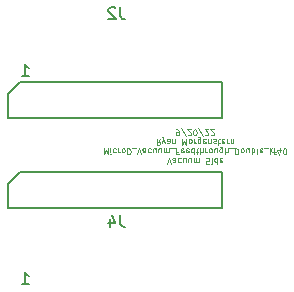
<source format=gbo>
G04 #@! TF.GenerationSoftware,KiCad,Pcbnew,(6.0.5)*
G04 #@! TF.CreationDate,2022-09-27T11:09:55-06:00*
G04 #@! TF.ProjectId,Double_MicroD_25_Gateway,446f7562-6c65-45f4-9d69-63726f445f32,rev?*
G04 #@! TF.SameCoordinates,Original*
G04 #@! TF.FileFunction,Legend,Bot*
G04 #@! TF.FilePolarity,Positive*
%FSLAX46Y46*%
G04 Gerber Fmt 4.6, Leading zero omitted, Abs format (unit mm)*
G04 Created by KiCad (PCBNEW (6.0.5)) date 2022-09-27 11:09:55*
%MOMM*%
%LPD*%
G01*
G04 APERTURE LIST*
%ADD10C,0.125000*%
%ADD11C,0.150000*%
%ADD12C,1.600000*%
%ADD13O,0.920000X0.920000*%
%ADD14C,2.800000*%
G04 APERTURE END LIST*
D10*
X4369047Y-1611309D02*
X4535714Y-1111309D01*
X4702380Y-1611309D01*
X5083333Y-1111309D02*
X5083333Y-1373214D01*
X5059523Y-1420833D01*
X5011904Y-1444642D01*
X4916666Y-1444642D01*
X4869047Y-1420833D01*
X5083333Y-1135119D02*
X5035714Y-1111309D01*
X4916666Y-1111309D01*
X4869047Y-1135119D01*
X4845238Y-1182738D01*
X4845238Y-1230357D01*
X4869047Y-1277976D01*
X4916666Y-1301785D01*
X5035714Y-1301785D01*
X5083333Y-1325595D01*
X5535714Y-1135119D02*
X5488095Y-1111309D01*
X5392857Y-1111309D01*
X5345238Y-1135119D01*
X5321428Y-1158928D01*
X5297619Y-1206547D01*
X5297619Y-1349404D01*
X5321428Y-1397023D01*
X5345238Y-1420833D01*
X5392857Y-1444642D01*
X5488095Y-1444642D01*
X5535714Y-1420833D01*
X5964285Y-1444642D02*
X5964285Y-1111309D01*
X5750000Y-1444642D02*
X5750000Y-1182738D01*
X5773809Y-1135119D01*
X5821428Y-1111309D01*
X5892857Y-1111309D01*
X5940476Y-1135119D01*
X5964285Y-1158928D01*
X6416666Y-1444642D02*
X6416666Y-1111309D01*
X6202380Y-1444642D02*
X6202380Y-1182738D01*
X6226190Y-1135119D01*
X6273809Y-1111309D01*
X6345238Y-1111309D01*
X6392857Y-1135119D01*
X6416666Y-1158928D01*
X6654761Y-1111309D02*
X6654761Y-1444642D01*
X6654761Y-1397023D02*
X6678571Y-1420833D01*
X6726190Y-1444642D01*
X6797619Y-1444642D01*
X6845238Y-1420833D01*
X6869047Y-1373214D01*
X6869047Y-1111309D01*
X6869047Y-1373214D02*
X6892857Y-1420833D01*
X6940476Y-1444642D01*
X7011904Y-1444642D01*
X7059523Y-1420833D01*
X7083333Y-1373214D01*
X7083333Y-1111309D01*
X7678571Y-1135119D02*
X7750000Y-1111309D01*
X7869047Y-1111309D01*
X7916666Y-1135119D01*
X7940476Y-1158928D01*
X7964285Y-1206547D01*
X7964285Y-1254166D01*
X7940476Y-1301785D01*
X7916666Y-1325595D01*
X7869047Y-1349404D01*
X7773809Y-1373214D01*
X7726190Y-1397023D01*
X7702380Y-1420833D01*
X7678571Y-1468452D01*
X7678571Y-1516071D01*
X7702380Y-1563690D01*
X7726190Y-1587500D01*
X7773809Y-1611309D01*
X7892857Y-1611309D01*
X7964285Y-1587500D01*
X8178571Y-1111309D02*
X8178571Y-1444642D01*
X8178571Y-1611309D02*
X8154761Y-1587500D01*
X8178571Y-1563690D01*
X8202380Y-1587500D01*
X8178571Y-1611309D01*
X8178571Y-1563690D01*
X8630952Y-1111309D02*
X8630952Y-1611309D01*
X8630952Y-1135119D02*
X8583333Y-1111309D01*
X8488095Y-1111309D01*
X8440476Y-1135119D01*
X8416666Y-1158928D01*
X8392857Y-1206547D01*
X8392857Y-1349404D01*
X8416666Y-1397023D01*
X8440476Y-1420833D01*
X8488095Y-1444642D01*
X8583333Y-1444642D01*
X8630952Y-1420833D01*
X9059523Y-1135119D02*
X9011904Y-1111309D01*
X8916666Y-1111309D01*
X8869047Y-1135119D01*
X8845238Y-1182738D01*
X8845238Y-1373214D01*
X8869047Y-1420833D01*
X8916666Y-1444642D01*
X9011904Y-1444642D01*
X9059523Y-1420833D01*
X9083333Y-1373214D01*
X9083333Y-1325595D01*
X8845238Y-1277976D01*
X-976190Y-306309D02*
X-976190Y-806309D01*
X-809523Y-449166D01*
X-642857Y-806309D01*
X-642857Y-306309D01*
X-404761Y-306309D02*
X-404761Y-639642D01*
X-404761Y-806309D02*
X-428571Y-782499D01*
X-404761Y-758690D01*
X-380952Y-782499D01*
X-404761Y-806309D01*
X-404761Y-758690D01*
X47619Y-330119D02*
X0Y-306309D01*
X-95238Y-306309D01*
X-142857Y-330119D01*
X-166666Y-353928D01*
X-190476Y-401547D01*
X-190476Y-544404D01*
X-166666Y-592023D01*
X-142857Y-615833D01*
X-95238Y-639642D01*
X0Y-639642D01*
X47619Y-615833D01*
X261904Y-306309D02*
X261904Y-639642D01*
X261904Y-544404D02*
X285714Y-592023D01*
X309523Y-615833D01*
X357142Y-639642D01*
X404761Y-639642D01*
X642857Y-306309D02*
X595238Y-330119D01*
X571428Y-353928D01*
X547619Y-401547D01*
X547619Y-544404D01*
X571428Y-592023D01*
X595238Y-615833D01*
X642857Y-639642D01*
X714285Y-639642D01*
X761904Y-615833D01*
X785714Y-592023D01*
X809523Y-544404D01*
X809523Y-401547D01*
X785714Y-353928D01*
X761904Y-330119D01*
X714285Y-306309D01*
X642857Y-306309D01*
X1023809Y-306309D02*
X1023809Y-806309D01*
X1142857Y-806309D01*
X1214285Y-782499D01*
X1261904Y-734880D01*
X1285714Y-687261D01*
X1309523Y-592023D01*
X1309523Y-520595D01*
X1285714Y-425357D01*
X1261904Y-377738D01*
X1214285Y-330119D01*
X1142857Y-306309D01*
X1023809Y-306309D01*
X1404761Y-258690D02*
X1785714Y-258690D01*
X1833333Y-806309D02*
X1999999Y-306309D01*
X2166666Y-806309D01*
X2547619Y-306309D02*
X2547619Y-568214D01*
X2523809Y-615833D01*
X2476190Y-639642D01*
X2380952Y-639642D01*
X2333333Y-615833D01*
X2547619Y-330119D02*
X2499999Y-306309D01*
X2380952Y-306309D01*
X2333333Y-330119D01*
X2309523Y-377738D01*
X2309523Y-425357D01*
X2333333Y-472976D01*
X2380952Y-496785D01*
X2499999Y-496785D01*
X2547619Y-520595D01*
X2999999Y-330119D02*
X2952380Y-306309D01*
X2857142Y-306309D01*
X2809523Y-330119D01*
X2785714Y-353928D01*
X2761904Y-401547D01*
X2761904Y-544404D01*
X2785714Y-592023D01*
X2809523Y-615833D01*
X2857142Y-639642D01*
X2952380Y-639642D01*
X2999999Y-615833D01*
X3428571Y-639642D02*
X3428571Y-306309D01*
X3214285Y-639642D02*
X3214285Y-377738D01*
X3238095Y-330119D01*
X3285714Y-306309D01*
X3357142Y-306309D01*
X3404761Y-330119D01*
X3428571Y-353928D01*
X3880952Y-639642D02*
X3880952Y-306309D01*
X3666666Y-639642D02*
X3666666Y-377738D01*
X3690476Y-330119D01*
X3738095Y-306309D01*
X3809523Y-306309D01*
X3857142Y-330119D01*
X3880952Y-353928D01*
X4119047Y-306309D02*
X4119047Y-639642D01*
X4119047Y-592023D02*
X4142857Y-615833D01*
X4190476Y-639642D01*
X4261904Y-639642D01*
X4309523Y-615833D01*
X4333333Y-568214D01*
X4333333Y-306309D01*
X4333333Y-568214D02*
X4357142Y-615833D01*
X4404761Y-639642D01*
X4476190Y-639642D01*
X4523809Y-615833D01*
X4547619Y-568214D01*
X4547619Y-306309D01*
X4666666Y-258690D02*
X5047619Y-258690D01*
X5333333Y-568214D02*
X5166666Y-568214D01*
X5166666Y-306309D02*
X5166666Y-806309D01*
X5404761Y-806309D01*
X5785714Y-330119D02*
X5738095Y-306309D01*
X5642857Y-306309D01*
X5595238Y-330119D01*
X5571428Y-377738D01*
X5571428Y-568214D01*
X5595238Y-615833D01*
X5642857Y-639642D01*
X5738095Y-639642D01*
X5785714Y-615833D01*
X5809523Y-568214D01*
X5809523Y-520595D01*
X5571428Y-472976D01*
X6214285Y-330119D02*
X6166666Y-306309D01*
X6071428Y-306309D01*
X6023809Y-330119D01*
X5999999Y-377738D01*
X5999999Y-568214D01*
X6023809Y-615833D01*
X6071428Y-639642D01*
X6166666Y-639642D01*
X6214285Y-615833D01*
X6238095Y-568214D01*
X6238095Y-520595D01*
X5999999Y-472976D01*
X6666666Y-306309D02*
X6666666Y-806309D01*
X6666666Y-330119D02*
X6619047Y-306309D01*
X6523809Y-306309D01*
X6476190Y-330119D01*
X6452380Y-353928D01*
X6428571Y-401547D01*
X6428571Y-544404D01*
X6452380Y-592023D01*
X6476190Y-615833D01*
X6523809Y-639642D01*
X6619047Y-639642D01*
X6666666Y-615833D01*
X6833333Y-639642D02*
X7023809Y-639642D01*
X6904761Y-806309D02*
X6904761Y-377738D01*
X6928571Y-330119D01*
X6976190Y-306309D01*
X7023809Y-306309D01*
X7190476Y-306309D02*
X7190476Y-806309D01*
X7404761Y-306309D02*
X7404761Y-568214D01*
X7380952Y-615833D01*
X7333333Y-639642D01*
X7261904Y-639642D01*
X7214285Y-615833D01*
X7190476Y-592023D01*
X7642857Y-306309D02*
X7642857Y-639642D01*
X7642857Y-544404D02*
X7666666Y-592023D01*
X7690476Y-615833D01*
X7738095Y-639642D01*
X7785714Y-639642D01*
X8023809Y-306309D02*
X7976190Y-330119D01*
X7952380Y-353928D01*
X7928571Y-401547D01*
X7928571Y-544404D01*
X7952380Y-592023D01*
X7976190Y-615833D01*
X8023809Y-639642D01*
X8095238Y-639642D01*
X8142857Y-615833D01*
X8166666Y-592023D01*
X8190476Y-544404D01*
X8190476Y-401547D01*
X8166666Y-353928D01*
X8142857Y-330119D01*
X8095238Y-306309D01*
X8023809Y-306309D01*
X8619047Y-639642D02*
X8619047Y-306309D01*
X8404761Y-639642D02*
X8404761Y-377738D01*
X8428571Y-330119D01*
X8476190Y-306309D01*
X8547619Y-306309D01*
X8595238Y-330119D01*
X8619047Y-353928D01*
X9071428Y-639642D02*
X9071428Y-234880D01*
X9047619Y-187261D01*
X9023809Y-163452D01*
X8976190Y-139642D01*
X8904761Y-139642D01*
X8857142Y-163452D01*
X9071428Y-330119D02*
X9023809Y-306309D01*
X8928571Y-306309D01*
X8880952Y-330119D01*
X8857142Y-353928D01*
X8833333Y-401547D01*
X8833333Y-544404D01*
X8857142Y-592023D01*
X8880952Y-615833D01*
X8928571Y-639642D01*
X9023809Y-639642D01*
X9071428Y-615833D01*
X9309523Y-306309D02*
X9309523Y-806309D01*
X9523809Y-306309D02*
X9523809Y-568214D01*
X9499999Y-615833D01*
X9452380Y-639642D01*
X9380952Y-639642D01*
X9333333Y-615833D01*
X9309523Y-592023D01*
X9642857Y-258690D02*
X10023809Y-258690D01*
X10142857Y-306309D02*
X10142857Y-806309D01*
X10261904Y-806309D01*
X10333333Y-782500D01*
X10380952Y-734880D01*
X10404761Y-687261D01*
X10428571Y-592023D01*
X10428571Y-520595D01*
X10404761Y-425357D01*
X10380952Y-377738D01*
X10333333Y-330119D01*
X10261904Y-306309D01*
X10142857Y-306309D01*
X10714285Y-306309D02*
X10666666Y-330119D01*
X10642857Y-353928D01*
X10619047Y-401547D01*
X10619047Y-544404D01*
X10642857Y-592023D01*
X10666666Y-615833D01*
X10714285Y-639642D01*
X10785714Y-639642D01*
X10833333Y-615833D01*
X10857142Y-592023D01*
X10880952Y-544404D01*
X10880952Y-401547D01*
X10857142Y-353928D01*
X10833333Y-330119D01*
X10785714Y-306309D01*
X10714285Y-306309D01*
X11309523Y-639642D02*
X11309523Y-306309D01*
X11095238Y-639642D02*
X11095238Y-377738D01*
X11119047Y-330119D01*
X11166666Y-306309D01*
X11238095Y-306309D01*
X11285714Y-330119D01*
X11309523Y-353928D01*
X11547619Y-306309D02*
X11547619Y-806309D01*
X11547619Y-615833D02*
X11595238Y-639642D01*
X11690476Y-639642D01*
X11738095Y-615833D01*
X11761904Y-592023D01*
X11785714Y-544404D01*
X11785714Y-401547D01*
X11761904Y-353928D01*
X11738095Y-330119D01*
X11690476Y-306309D01*
X11595238Y-306309D01*
X11547619Y-330119D01*
X12071428Y-306309D02*
X12023809Y-330119D01*
X11999999Y-377738D01*
X11999999Y-806309D01*
X12452380Y-330119D02*
X12404761Y-306309D01*
X12309523Y-306309D01*
X12261904Y-330119D01*
X12238095Y-377738D01*
X12238095Y-568214D01*
X12261904Y-615833D01*
X12309523Y-639642D01*
X12404761Y-639642D01*
X12452380Y-615833D01*
X12476190Y-568214D01*
X12476190Y-520595D01*
X12238095Y-472976D01*
X12571428Y-258690D02*
X12952380Y-258690D01*
X13071428Y-306309D02*
X13071428Y-806309D01*
X13119047Y-496785D02*
X13261904Y-306309D01*
X13261904Y-639642D02*
X13071428Y-449166D01*
X13404761Y-639642D02*
X13595238Y-639642D01*
X13476190Y-306309D02*
X13476190Y-734880D01*
X13499999Y-782500D01*
X13547619Y-806309D01*
X13595238Y-806309D01*
X13976190Y-639642D02*
X13976190Y-306309D01*
X13857142Y-830119D02*
X13738095Y-472976D01*
X14047619Y-472976D01*
X14333333Y-806309D02*
X14380952Y-806309D01*
X14428571Y-782500D01*
X14452380Y-758690D01*
X14476190Y-711071D01*
X14499999Y-615833D01*
X14499999Y-496785D01*
X14476190Y-401547D01*
X14452380Y-353928D01*
X14428571Y-330119D01*
X14380952Y-306309D01*
X14333333Y-306309D01*
X14285714Y-330119D01*
X14261904Y-353928D01*
X14238095Y-401547D01*
X14214285Y-496785D01*
X14214285Y-615833D01*
X14238095Y-711071D01*
X14261904Y-758690D01*
X14285714Y-782500D01*
X14333333Y-806309D01*
X3797619Y498690D02*
X3630952Y260595D01*
X3511904Y498690D02*
X3511904Y-1309D01*
X3702380Y-1309D01*
X3750000Y22500D01*
X3773809Y46309D01*
X3797619Y93928D01*
X3797619Y165357D01*
X3773809Y212976D01*
X3750000Y236785D01*
X3702380Y260595D01*
X3511904Y260595D01*
X3964285Y165357D02*
X4083333Y498690D01*
X4202380Y165357D02*
X4083333Y498690D01*
X4035714Y617738D01*
X4011904Y641547D01*
X3964285Y665357D01*
X4607142Y498690D02*
X4607142Y236785D01*
X4583333Y189166D01*
X4535714Y165357D01*
X4440476Y165357D01*
X4392857Y189166D01*
X4607142Y474880D02*
X4559523Y498690D01*
X4440476Y498690D01*
X4392857Y474880D01*
X4369047Y427261D01*
X4369047Y379642D01*
X4392857Y332023D01*
X4440476Y308214D01*
X4559523Y308214D01*
X4607142Y284404D01*
X4845238Y165357D02*
X4845238Y498690D01*
X4845238Y212976D02*
X4869047Y189166D01*
X4916666Y165357D01*
X4988095Y165357D01*
X5035714Y189166D01*
X5059523Y236785D01*
X5059523Y498690D01*
X5678571Y498690D02*
X5678571Y-1309D01*
X5845238Y355833D01*
X6011904Y-1309D01*
X6011904Y498690D01*
X6321428Y498690D02*
X6273809Y474880D01*
X6249999Y451071D01*
X6226190Y403452D01*
X6226190Y260595D01*
X6249999Y212976D01*
X6273809Y189166D01*
X6321428Y165357D01*
X6392857Y165357D01*
X6440476Y189166D01*
X6464285Y212976D01*
X6488095Y260595D01*
X6488095Y403452D01*
X6464285Y451071D01*
X6440476Y474880D01*
X6392857Y498690D01*
X6321428Y498690D01*
X6702380Y498690D02*
X6702380Y165357D01*
X6702380Y260595D02*
X6726190Y212976D01*
X6749999Y189166D01*
X6797619Y165357D01*
X6845238Y165357D01*
X7226190Y165357D02*
X7226190Y570119D01*
X7202380Y617738D01*
X7178571Y641547D01*
X7130952Y665357D01*
X7059523Y665357D01*
X7011904Y641547D01*
X7226190Y474880D02*
X7178571Y498690D01*
X7083333Y498690D01*
X7035714Y474880D01*
X7011904Y451071D01*
X6988095Y403452D01*
X6988095Y260595D01*
X7011904Y212976D01*
X7035714Y189166D01*
X7083333Y165357D01*
X7178571Y165357D01*
X7226190Y189166D01*
X7654761Y474880D02*
X7607142Y498690D01*
X7511904Y498690D01*
X7464285Y474880D01*
X7440476Y427261D01*
X7440476Y236785D01*
X7464285Y189166D01*
X7511904Y165357D01*
X7607142Y165357D01*
X7654761Y189166D01*
X7678571Y236785D01*
X7678571Y284404D01*
X7440476Y332023D01*
X7892857Y165357D02*
X7892857Y498690D01*
X7892857Y212976D02*
X7916666Y189166D01*
X7964285Y165357D01*
X8035714Y165357D01*
X8083333Y189166D01*
X8107142Y236785D01*
X8107142Y498690D01*
X8321428Y474880D02*
X8369047Y498690D01*
X8464285Y498690D01*
X8511904Y474880D01*
X8535714Y427261D01*
X8535714Y403452D01*
X8511904Y355833D01*
X8464285Y332023D01*
X8392857Y332023D01*
X8345238Y308214D01*
X8321428Y260595D01*
X8321428Y236785D01*
X8345238Y189166D01*
X8392857Y165357D01*
X8464285Y165357D01*
X8511904Y189166D01*
X8678571Y165357D02*
X8869047Y165357D01*
X8750000Y-1309D02*
X8750000Y427261D01*
X8773809Y474880D01*
X8821428Y498690D01*
X8869047Y498690D01*
X9226190Y474880D02*
X9178571Y498690D01*
X9083333Y498690D01*
X9035714Y474880D01*
X9011904Y427261D01*
X9011904Y236785D01*
X9035714Y189166D01*
X9083333Y165357D01*
X9178571Y165357D01*
X9226190Y189166D01*
X9250000Y236785D01*
X9250000Y284404D01*
X9011904Y332023D01*
X9464285Y498690D02*
X9464285Y165357D01*
X9464285Y260595D02*
X9488095Y212976D01*
X9511904Y189166D01*
X9559523Y165357D01*
X9607142Y165357D01*
X9773809Y165357D02*
X9773809Y498690D01*
X9773809Y212976D02*
X9797619Y189166D01*
X9845238Y165357D01*
X9916666Y165357D01*
X9964285Y189166D01*
X9988095Y236785D01*
X9988095Y498690D01*
X5178571Y1303690D02*
X5273809Y1303690D01*
X5321428Y1279880D01*
X5345238Y1256071D01*
X5392857Y1184642D01*
X5416666Y1089404D01*
X5416666Y898928D01*
X5392857Y851309D01*
X5369047Y827500D01*
X5321428Y803690D01*
X5226190Y803690D01*
X5178571Y827500D01*
X5154761Y851309D01*
X5130952Y898928D01*
X5130952Y1017976D01*
X5154761Y1065595D01*
X5178571Y1089404D01*
X5226190Y1113214D01*
X5321428Y1113214D01*
X5369047Y1089404D01*
X5392857Y1065595D01*
X5416666Y1017976D01*
X5988095Y779880D02*
X5559523Y1422738D01*
X6130952Y851309D02*
X6154761Y827500D01*
X6202380Y803690D01*
X6321428Y803690D01*
X6369047Y827500D01*
X6392857Y851309D01*
X6416666Y898928D01*
X6416666Y946547D01*
X6392857Y1017976D01*
X6107142Y1303690D01*
X6416666Y1303690D01*
X6726190Y803690D02*
X6773809Y803690D01*
X6821428Y827500D01*
X6845238Y851309D01*
X6869047Y898928D01*
X6892857Y994166D01*
X6892857Y1113214D01*
X6869047Y1208452D01*
X6845238Y1256071D01*
X6821428Y1279880D01*
X6773809Y1303690D01*
X6726190Y1303690D01*
X6678571Y1279880D01*
X6654761Y1256071D01*
X6630952Y1208452D01*
X6607142Y1113214D01*
X6607142Y994166D01*
X6630952Y898928D01*
X6654761Y851309D01*
X6678571Y827500D01*
X6726190Y803690D01*
X7464285Y779880D02*
X7035714Y1422738D01*
X7607142Y851309D02*
X7630952Y827499D01*
X7678571Y803690D01*
X7797619Y803690D01*
X7845238Y827499D01*
X7869047Y851309D01*
X7892857Y898928D01*
X7892857Y946547D01*
X7869047Y1017976D01*
X7583333Y1303690D01*
X7892857Y1303690D01*
X8083333Y851309D02*
X8107142Y827499D01*
X8154761Y803690D01*
X8273809Y803690D01*
X8321428Y827499D01*
X8345238Y851309D01*
X8369047Y898928D01*
X8369047Y946547D01*
X8345238Y1017976D01*
X8059523Y1303690D01*
X8369047Y1303690D01*
D11*
X433333Y11647619D02*
X433333Y10933333D01*
X480952Y10790476D01*
X576190Y10695238D01*
X719047Y10647619D01*
X814285Y10647619D01*
X4761Y11552380D02*
X-42857Y11600000D01*
X-138095Y11647619D01*
X-376190Y11647619D01*
X-471428Y11600000D01*
X-519047Y11552380D01*
X-566666Y11457142D01*
X-566666Y11361904D01*
X-519047Y11219047D01*
X52380Y10647619D01*
X-566666Y10647619D01*
X-7905714Y5807619D02*
X-7334285Y5807619D01*
X-7619999Y5807619D02*
X-7619999Y6807619D01*
X-7524761Y6664761D01*
X-7429523Y6569523D01*
X-7334285Y6521904D01*
X433333Y-5952380D02*
X433333Y-6666666D01*
X480952Y-6809523D01*
X576190Y-6904761D01*
X719047Y-6952380D01*
X814285Y-6952380D01*
X-471428Y-6285714D02*
X-471428Y-6952380D01*
X-233333Y-5904761D02*
X4761Y-6619047D01*
X-614285Y-6619047D01*
X-7905714Y-11792380D02*
X-7334285Y-11792380D01*
X-7619999Y-11792380D02*
X-7619999Y-10792380D01*
X-7524761Y-10935238D01*
X-7429523Y-11030476D01*
X-7334285Y-11078095D01*
X9080000Y2290000D02*
X9080000Y5310000D01*
X-9080000Y4310000D02*
X-9080000Y2290000D01*
X-9080000Y2290000D02*
X9080000Y2290000D01*
X9080000Y5310000D02*
X-8080000Y5310000D01*
X-8080000Y5310000D02*
X-9080000Y4310000D01*
X9080000Y-5310000D02*
X9080000Y-2290000D01*
X9080000Y-2290000D02*
X-8080000Y-2290000D01*
X-8080000Y-2290000D02*
X-9080000Y-3290000D01*
X-9080000Y-5310000D02*
X9080000Y-5310000D01*
X-9080000Y-3290000D02*
X-9080000Y-5310000D01*
%LPC*%
D12*
X18000000Y0D02*
G75*
G03*
X18000000Y0I-18000000J0D01*
G01*
D13*
X-7620000Y4350000D03*
X-6350000Y4350000D03*
X-5080000Y4350000D03*
X-3810000Y4350000D03*
X-2540000Y4350000D03*
X-1270000Y4350000D03*
X0Y4350000D03*
X1270000Y4350000D03*
X2540000Y4350000D03*
X3810000Y4350000D03*
X5080000Y4350000D03*
X6350000Y4350000D03*
X7620000Y4350000D03*
X-6985000Y3250000D03*
X-5715000Y3250000D03*
X-4445000Y3250000D03*
X-3175000Y3250000D03*
X-1905000Y3250000D03*
X-635000Y3250000D03*
X635000Y3250000D03*
X1905000Y3250000D03*
X3175000Y3250000D03*
X4445000Y3250000D03*
X5715000Y3250000D03*
X6985000Y3250000D03*
X-7620000Y-3250000D03*
X-6350000Y-3250000D03*
X-5080000Y-3250000D03*
X-3810000Y-3250000D03*
X-2540000Y-3250000D03*
X-1270000Y-3250000D03*
X0Y-3250000D03*
X1270000Y-3250000D03*
X2540000Y-3250000D03*
X3810000Y-3250000D03*
X5080000Y-3250000D03*
X6350000Y-3250000D03*
X7620000Y-3250000D03*
X-6985000Y-4350000D03*
X-5715000Y-4350000D03*
X-4445000Y-4350000D03*
X-3175000Y-4350000D03*
X-1905000Y-4350000D03*
X-635000Y-4350000D03*
X635000Y-4350000D03*
X1905000Y-4350000D03*
X3175000Y-4350000D03*
X4445000Y-4350000D03*
X5715000Y-4350000D03*
X6985000Y-4350000D03*
X-7620000Y8250000D03*
X-6350000Y8250000D03*
X-5080000Y8250000D03*
X-3810000Y8250000D03*
X-2540000Y8250000D03*
X-1270000Y8250000D03*
X0Y8250000D03*
X1270000Y8250000D03*
X2540000Y8250000D03*
X3810000Y8250000D03*
X5080000Y8250000D03*
X6350000Y8250000D03*
X7620000Y8250000D03*
X-6985000Y9350000D03*
X-5715000Y9350000D03*
X-4445000Y9350000D03*
X-3175000Y9350000D03*
X-1905000Y9350000D03*
X-635000Y9350000D03*
X635000Y9350000D03*
X1905000Y9350000D03*
X3175000Y9350000D03*
X4445000Y9350000D03*
X5715000Y9350000D03*
X6985000Y9350000D03*
D14*
X12275000Y8800000D03*
X-12275000Y8740000D03*
D13*
X-7620000Y-9350000D03*
X-6350000Y-9350000D03*
X-5080000Y-9350000D03*
X-3810000Y-9350000D03*
X-2540000Y-9350000D03*
X-1270000Y-9350000D03*
X0Y-9350000D03*
X1270000Y-9350000D03*
X2540000Y-9350000D03*
X3810000Y-9350000D03*
X5080000Y-9350000D03*
X6350000Y-9350000D03*
X7620000Y-9350000D03*
X-6985000Y-8250000D03*
X-5715000Y-8250000D03*
X-4445000Y-8250000D03*
X-3175000Y-8250000D03*
X-1905000Y-8250000D03*
X-635000Y-8250000D03*
X635000Y-8250000D03*
X1905000Y-8250000D03*
X3175000Y-8250000D03*
X4445000Y-8250000D03*
X5715000Y-8250000D03*
X6985000Y-8250000D03*
D14*
X-12275000Y-8860000D03*
X12275000Y-8800000D03*
M02*

</source>
